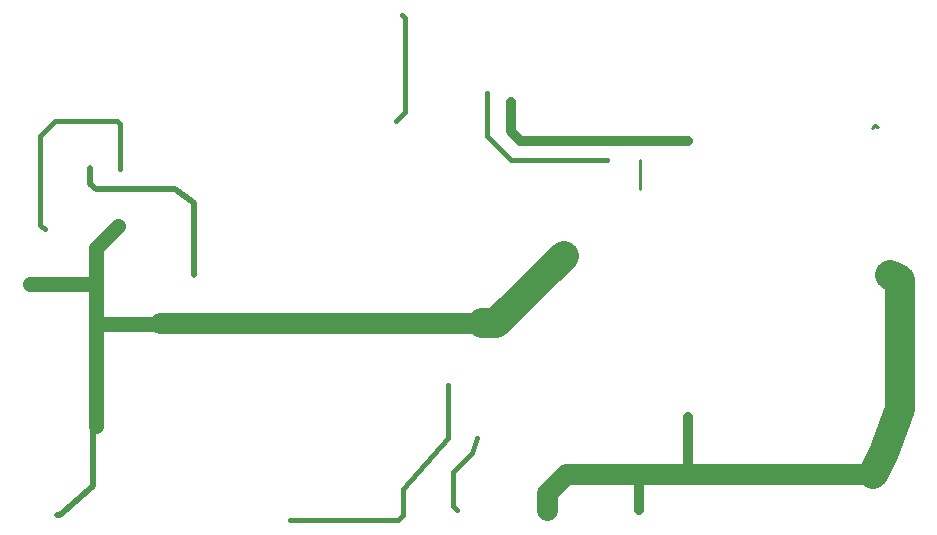
<source format=gbr>
G04 EAGLE Gerber RS-274X export*
G75*
%MOMM*%
%FSLAX34Y34*%
%LPD*%
%INBottom Copper*%
%IPPOS*%
%AMOC8*
5,1,8,0,0,1.08239X$1,22.5*%
G01*
%ADD10C,1.270000*%
%ADD11C,0.406400*%
%ADD12C,2.540000*%
%ADD13C,1.778000*%
%ADD14C,0.812800*%
%ADD15C,0.508000*%
%ADD16C,0.254000*%


D10*
X140716Y300228D02*
X140716Y387096D01*
X140716Y396392D01*
X140716Y450825D01*
X159360Y469849D01*
D11*
X141072Y387401D02*
X141021Y387401D01*
X140716Y387096D01*
X140716Y396392D02*
X140767Y396392D01*
D10*
X140371Y420380D02*
X85080Y420380D01*
D11*
X140371Y420380D02*
X140767Y396392D01*
D10*
X140716Y387096D02*
X191516Y387096D01*
D11*
X195580Y387604D01*
D12*
X480060Y387604D02*
X536956Y444500D01*
D13*
X467868Y387604D02*
X195580Y387604D01*
D12*
X467868Y387604D02*
X480060Y387604D01*
D11*
X394716Y558292D02*
X402844Y566420D01*
X402844Y645668D01*
X399796Y648716D01*
D13*
X522732Y243332D02*
X522732Y229616D01*
X522732Y243332D02*
X538988Y259588D01*
X610108Y259588D02*
X799084Y259588D01*
X610108Y259588D02*
X577596Y259588D01*
X538988Y259588D01*
D12*
X813308Y428244D02*
X821436Y424180D01*
X821436Y314452D01*
X807212Y275844D01*
X799084Y259588D01*
D14*
X600964Y258572D02*
X600964Y229616D01*
X600964Y258572D02*
X577596Y259588D01*
X642620Y261620D02*
X642620Y308356D01*
D11*
X642620Y261620D02*
X610108Y259588D01*
X638556Y259588D02*
X642620Y261620D01*
D15*
X110236Y225044D02*
X108204Y225044D01*
X110236Y225044D02*
X138684Y249428D01*
X138684Y298196D01*
X140716Y300228D01*
D16*
X803021Y553543D02*
X803173Y553695D01*
X802182Y553695D01*
X800506Y555371D01*
X800506Y555219D01*
X798220Y552933D01*
D15*
X224028Y489204D02*
X224028Y428244D01*
X224028Y489204D02*
X207772Y501396D01*
X140716Y501396D01*
X135636Y505460D01*
X135636Y518922D01*
D11*
X135890Y518160D01*
X161290Y518160D02*
X161290Y556006D01*
X159004Y558292D01*
X106172Y558292D01*
X93980Y546100D01*
X93980Y470916D01*
X98044Y466852D01*
D14*
X500380Y542036D02*
X642620Y542036D01*
X500380Y542036D02*
X492252Y550164D01*
X492252Y574548D01*
D11*
X439420Y334772D02*
X439420Y290068D01*
X400812Y247396D01*
X400812Y225044D01*
X396748Y220980D01*
X305308Y220980D01*
X471932Y546100D02*
X471932Y582676D01*
X471932Y546100D02*
X492252Y525780D01*
X573532Y525780D01*
X463804Y290068D02*
X459740Y277876D01*
X443484Y261620D01*
X443484Y232664D01*
X446532Y229616D01*
D16*
X601980Y501396D02*
X601980Y525780D01*
M02*

</source>
